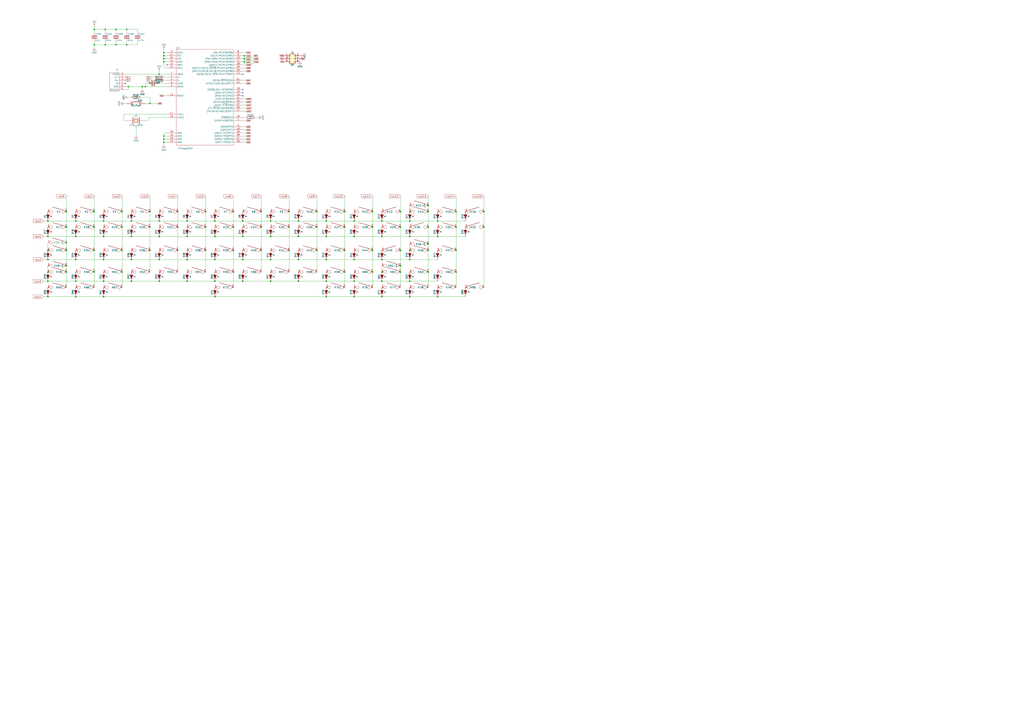
<source format=kicad_sch>
(kicad_sch (version 20200714) (host eeschema "(5.99.0-2848-gb60a7e2aca)")
  (page 1 1)
  (paper "A1")
  (junction (at 39.37 181.61) (diameter 1.016))
  (junction (at 39.37 194.31) (diameter 1.016))
  (junction (at 39.37 205.74) (diameter 1.016))
  (junction (at 39.37 213.36) (diameter 1.016))
  (junction (at 39.37 223.52) (diameter 1.016))
  (junction (at 39.37 231.14) (diameter 1.016))
  (junction (at 39.37 243.84) (diameter 1.016))
  (junction (at 54.61 173.99) (diameter 1.016))
  (junction (at 54.61 186.69) (diameter 1.016))
  (junction (at 54.61 199.39) (diameter 1.016))
  (junction (at 54.61 205.74) (diameter 1.016))
  (junction (at 54.61 218.44) (diameter 1.016))
  (junction (at 54.61 223.52) (diameter 1.016))
  (junction (at 62.23 181.61) (diameter 1.016))
  (junction (at 62.23 194.31) (diameter 1.016))
  (junction (at 62.23 213.36) (diameter 1.016))
  (junction (at 62.23 231.14) (diameter 1.016))
  (junction (at 62.23 243.84) (diameter 1.016))
  (junction (at 77.47 24.13) (diameter 1.016))
  (junction (at 77.47 36.83) (diameter 1.016))
  (junction (at 77.47 173.99) (diameter 1.016))
  (junction (at 77.47 186.69) (diameter 1.016))
  (junction (at 77.47 205.74) (diameter 1.016))
  (junction (at 77.47 223.52) (diameter 1.016))
  (junction (at 85.09 181.61) (diameter 1.016))
  (junction (at 85.09 194.31) (diameter 1.016))
  (junction (at 85.09 213.36) (diameter 1.016))
  (junction (at 85.09 231.14) (diameter 1.016))
  (junction (at 85.09 243.84) (diameter 1.016))
  (junction (at 86.36 24.13) (diameter 1.016))
  (junction (at 86.36 36.83) (diameter 1.016))
  (junction (at 95.25 24.13) (diameter 1.016))
  (junction (at 95.25 36.83) (diameter 1.016))
  (junction (at 100.33 173.99) (diameter 1.016))
  (junction (at 100.33 186.69) (diameter 1.016))
  (junction (at 100.33 205.74) (diameter 1.016))
  (junction (at 100.33 223.52) (diameter 1.016))
  (junction (at 104.14 24.13) (diameter 1.016))
  (junction (at 104.14 36.83) (diameter 1.016))
  (junction (at 105.41 71.12) (diameter 1.016))
  (junction (at 107.95 181.61) (diameter 1.016))
  (junction (at 107.95 194.31) (diameter 1.016))
  (junction (at 107.95 213.36) (diameter 1.016))
  (junction (at 107.95 231.14) (diameter 1.016))
  (junction (at 116.84 71.12) (diameter 1.016))
  (junction (at 119.38 71.12) (diameter 1.016))
  (junction (at 123.19 85.09) (diameter 1.016))
  (junction (at 123.19 173.99) (diameter 1.016))
  (junction (at 123.19 186.69) (diameter 1.016))
  (junction (at 123.19 205.74) (diameter 1.016))
  (junction (at 130.81 60.96) (diameter 1.016))
  (junction (at 130.81 181.61) (diameter 1.016))
  (junction (at 130.81 194.31) (diameter 1.016))
  (junction (at 130.81 213.36) (diameter 1.016))
  (junction (at 130.81 231.14) (diameter 1.016))
  (junction (at 134.62 43.18) (diameter 1.016))
  (junction (at 134.62 45.72) (diameter 1.016))
  (junction (at 134.62 48.26) (diameter 1.016))
  (junction (at 134.62 50.8) (diameter 1.016))
  (junction (at 134.62 111.76) (diameter 1.016))
  (junction (at 134.62 114.3) (diameter 1.016))
  (junction (at 134.62 116.84) (diameter 1.016))
  (junction (at 146.05 173.99) (diameter 1.016))
  (junction (at 146.05 186.69) (diameter 1.016))
  (junction (at 146.05 205.74) (diameter 1.016))
  (junction (at 153.67 181.61) (diameter 1.016))
  (junction (at 153.67 194.31) (diameter 1.016))
  (junction (at 153.67 213.36) (diameter 1.016))
  (junction (at 153.67 231.14) (diameter 1.016))
  (junction (at 168.91 173.99) (diameter 1.016))
  (junction (at 168.91 186.69) (diameter 1.016))
  (junction (at 168.91 205.74) (diameter 1.016))
  (junction (at 176.53 181.61) (diameter 1.016))
  (junction (at 176.53 194.31) (diameter 1.016))
  (junction (at 176.53 213.36) (diameter 1.016))
  (junction (at 176.53 231.14) (diameter 1.016))
  (junction (at 176.53 243.84) (diameter 1.016))
  (junction (at 191.77 173.99) (diameter 1.016))
  (junction (at 191.77 186.69) (diameter 1.016))
  (junction (at 191.77 205.74) (diameter 1.016))
  (junction (at 191.77 223.52) (diameter 1.016))
  (junction (at 199.39 181.61) (diameter 1.016))
  (junction (at 199.39 194.31) (diameter 1.016))
  (junction (at 199.39 213.36) (diameter 1.016))
  (junction (at 199.39 231.14) (diameter 1.016))
  (junction (at 200.66 45.72) (diameter 1.016))
  (junction (at 200.66 48.26) (diameter 1.016))
  (junction (at 200.66 50.8) (diameter 1.016))
  (junction (at 214.63 173.99) (diameter 1.016))
  (junction (at 214.63 186.69) (diameter 1.016))
  (junction (at 214.63 205.74) (diameter 1.016))
  (junction (at 222.25 181.61) (diameter 1.016))
  (junction (at 222.25 194.31) (diameter 1.016))
  (junction (at 222.25 213.36) (diameter 1.016))
  (junction (at 222.25 231.14) (diameter 1.016))
  (junction (at 237.49 173.99) (diameter 1.016))
  (junction (at 237.49 186.69) (diameter 1.016))
  (junction (at 237.49 205.74) (diameter 1.016))
  (junction (at 245.11 181.61) (diameter 1.016))
  (junction (at 245.11 194.31) (diameter 1.016))
  (junction (at 245.11 213.36) (diameter 1.016))
  (junction (at 245.11 231.14) (diameter 1.016))
  (junction (at 260.35 173.99) (diameter 1.016))
  (junction (at 260.35 186.69) (diameter 1.016))
  (junction (at 260.35 205.74) (diameter 1.016))
  (junction (at 267.97 181.61) (diameter 1.016))
  (junction (at 267.97 194.31) (diameter 1.016))
  (junction (at 267.97 213.36) (diameter 1.016))
  (junction (at 267.97 231.14) (diameter 1.016))
  (junction (at 267.97 243.84) (diameter 1.016))
  (junction (at 283.21 173.99) (diameter 1.016))
  (junction (at 283.21 186.69) (diameter 1.016))
  (junction (at 283.21 205.74) (diameter 1.016))
  (junction (at 283.21 223.52) (diameter 1.016))
  (junction (at 290.83 181.61) (diameter 1.016))
  (junction (at 290.83 194.31) (diameter 1.016))
  (junction (at 290.83 213.36) (diameter 1.016))
  (junction (at 290.83 231.14) (diameter 1.016))
  (junction (at 290.83 243.84) (diameter 1.016))
  (junction (at 306.07 173.99) (diameter 1.016))
  (junction (at 306.07 186.69) (diameter 1.016))
  (junction (at 306.07 205.74) (diameter 1.016))
  (junction (at 306.07 223.52) (diameter 1.016))
  (junction (at 313.69 181.61) (diameter 1.016))
  (junction (at 313.69 194.31) (diameter 1.016))
  (junction (at 313.69 213.36) (diameter 1.016))
  (junction (at 313.69 223.52) (diameter 1.016))
  (junction (at 313.69 231.14) (diameter 1.016))
  (junction (at 313.69 243.84) (diameter 1.016))
  (junction (at 328.93 173.99) (diameter 1.016))
  (junction (at 328.93 186.69) (diameter 1.016))
  (junction (at 328.93 205.74) (diameter 1.016))
  (junction (at 328.93 218.44) (diameter 1.016))
  (junction (at 328.93 223.52) (diameter 1.016))
  (junction (at 336.55 173.99) (diameter 1.016))
  (junction (at 336.55 181.61) (diameter 1.016))
  (junction (at 336.55 194.31) (diameter 1.016))
  (junction (at 336.55 205.74) (diameter 1.016))
  (junction (at 336.55 213.36) (diameter 1.016))
  (junction (at 336.55 231.14) (diameter 1.016))
  (junction (at 336.55 243.84) (diameter 1.016))
  (junction (at 351.79 168.91) (diameter 1.016))
  (junction (at 351.79 173.99) (diameter 1.016))
  (junction (at 351.79 186.69) (diameter 1.016))
  (junction (at 351.79 200.66) (diameter 1.016))
  (junction (at 351.79 205.74) (diameter 1.016))
  (junction (at 351.79 223.52) (diameter 1.016))
  (junction (at 359.41 181.61) (diameter 1.016))
  (junction (at 359.41 194.31) (diameter 1.016))
  (junction (at 359.41 243.84) (diameter 1.016))
  (junction (at 374.65 173.99) (diameter 1.016))
  (junction (at 374.65 186.69) (diameter 1.016))
  (junction (at 374.65 205.74) (diameter 1.016))
  (junction (at 374.65 223.52) (diameter 1.016))
  (junction (at 397.51 173.99) (diameter 1.016))
  (junction (at 397.51 186.69) (diameter 1.016))
  (no_connect (at 199.39 76.2))
  (no_connect (at 199.39 73.66))
  (no_connect (at 199.39 60.96))
  (no_connect (at 102.87 68.58))
  (no_connect (at 137.16 53.34))
  (no_connect (at 199.39 78.74))
  (wire (pts (xy 35.56 181.61) (xy 39.37 181.61)))
  (wire (pts (xy 35.56 194.31) (xy 39.37 194.31)))
  (wire (pts (xy 35.56 213.36) (xy 39.37 213.36)))
  (wire (pts (xy 35.56 231.14) (xy 39.37 231.14)))
  (wire (pts (xy 35.56 243.84) (xy 39.37 243.84)))
  (wire (pts (xy 39.37 181.61) (xy 62.23 181.61)))
  (wire (pts (xy 39.37 194.31) (xy 62.23 194.31)))
  (wire (pts (xy 39.37 199.39) (xy 39.37 205.74)))
  (wire (pts (xy 39.37 213.36) (xy 62.23 213.36)))
  (wire (pts (xy 39.37 218.44) (xy 39.37 223.52)))
  (wire (pts (xy 39.37 231.14) (xy 62.23 231.14)))
  (wire (pts (xy 39.37 243.84) (xy 62.23 243.84)))
  (wire (pts (xy 54.61 161.29) (xy 54.61 173.99)))
  (wire (pts (xy 54.61 173.99) (xy 54.61 186.69)))
  (wire (pts (xy 54.61 186.69) (xy 54.61 199.39)))
  (wire (pts (xy 54.61 199.39) (xy 54.61 205.74)))
  (wire (pts (xy 54.61 205.74) (xy 54.61 218.44)))
  (wire (pts (xy 54.61 218.44) (xy 54.61 223.52)))
  (wire (pts (xy 54.61 223.52) (xy 54.61 236.22)))
  (wire (pts (xy 62.23 181.61) (xy 85.09 181.61)))
  (wire (pts (xy 62.23 194.31) (xy 85.09 194.31)))
  (wire (pts (xy 62.23 213.36) (xy 85.09 213.36)))
  (wire (pts (xy 62.23 231.14) (xy 85.09 231.14)))
  (wire (pts (xy 62.23 243.84) (xy 85.09 243.84)))
  (wire (pts (xy 77.47 21.59) (xy 77.47 24.13)))
  (wire (pts (xy 77.47 24.13) (xy 77.47 26.67)))
  (wire (pts (xy 77.47 24.13) (xy 86.36 24.13)))
  (wire (pts (xy 77.47 34.29) (xy 77.47 36.83)))
  (wire (pts (xy 77.47 36.83) (xy 77.47 39.37)))
  (wire (pts (xy 77.47 36.83) (xy 86.36 36.83)))
  (wire (pts (xy 77.47 161.29) (xy 77.47 173.99)))
  (wire (pts (xy 77.47 173.99) (xy 77.47 186.69)))
  (wire (pts (xy 77.47 186.69) (xy 77.47 205.74)))
  (wire (pts (xy 77.47 205.74) (xy 77.47 223.52)))
  (wire (pts (xy 77.47 223.52) (xy 77.47 236.22)))
  (wire (pts (xy 85.09 181.61) (xy 107.95 181.61)))
  (wire (pts (xy 85.09 194.31) (xy 107.95 194.31)))
  (wire (pts (xy 85.09 213.36) (xy 107.95 213.36)))
  (wire (pts (xy 85.09 231.14) (xy 107.95 231.14)))
  (wire (pts (xy 85.09 243.84) (xy 176.53 243.84)))
  (wire (pts (xy 86.36 24.13) (xy 86.36 26.67)))
  (wire (pts (xy 86.36 24.13) (xy 95.25 24.13)))
  (wire (pts (xy 86.36 34.29) (xy 86.36 36.83)))
  (wire (pts (xy 86.36 36.83) (xy 95.25 36.83)))
  (wire (pts (xy 95.25 24.13) (xy 95.25 26.67)))
  (wire (pts (xy 95.25 24.13) (xy 104.14 24.13)))
  (wire (pts (xy 95.25 36.83) (xy 95.25 34.29)))
  (wire (pts (xy 95.25 36.83) (xy 104.14 36.83)))
  (wire (pts (xy 100.33 161.29) (xy 100.33 173.99)))
  (wire (pts (xy 100.33 173.99) (xy 100.33 186.69)))
  (wire (pts (xy 100.33 186.69) (xy 100.33 205.74)))
  (wire (pts (xy 100.33 205.74) (xy 100.33 223.52)))
  (wire (pts (xy 100.33 223.52) (xy 100.33 236.22)))
  (wire (pts (xy 101.6 93.98) (xy 101.6 99.06)))
  (wire (pts (xy 101.6 93.98) (xy 137.16 93.98)))
  (wire (pts (xy 102.87 60.96) (xy 130.81 60.96)))
  (wire (pts (xy 102.87 71.12) (xy 105.41 71.12)))
  (wire (pts (xy 104.14 24.13) (xy 104.14 26.67)))
  (wire (pts (xy 104.14 24.13) (xy 113.03 24.13)))
  (wire (pts (xy 104.14 36.83) (xy 104.14 34.29)))
  (wire (pts (xy 104.14 36.83) (xy 113.03 36.83)))
  (wire (pts (xy 104.14 85.09) (xy 101.6 85.09)))
  (wire (pts (xy 104.14 99.06) (xy 101.6 99.06)))
  (wire (pts (xy 105.41 71.12) (xy 105.41 73.66)))
  (wire (pts (xy 105.41 71.12) (xy 116.84 71.12)))
  (wire (pts (xy 105.41 73.66) (xy 102.87 73.66)))
  (wire (pts (xy 105.41 80.01) (xy 107.95 80.01)))
  (wire (pts (xy 107.95 181.61) (xy 130.81 181.61)))
  (wire (pts (xy 107.95 194.31) (xy 130.81 194.31)))
  (wire (pts (xy 107.95 213.36) (xy 130.81 213.36)))
  (wire (pts (xy 107.95 231.14) (xy 130.81 231.14)))
  (wire (pts (xy 111.76 104.14) (xy 111.76 111.76)))
  (wire (pts (xy 113.03 24.13) (xy 113.03 26.67)))
  (wire (pts (xy 113.03 36.83) (xy 113.03 34.29)))
  (wire (pts (xy 115.57 80.01) (xy 123.19 80.01)))
  (wire (pts (xy 116.84 71.12) (xy 119.38 71.12)))
  (wire (pts (xy 116.84 73.66) (xy 116.84 71.12)))
  (wire (pts (xy 119.38 68.58) (xy 119.38 71.12)))
  (wire (pts (xy 119.38 71.12) (xy 137.16 71.12)))
  (wire (pts (xy 119.38 85.09) (xy 123.19 85.09)))
  (wire (pts (xy 121.92 68.58) (xy 119.38 68.58)))
  (wire (pts (xy 121.92 96.52) (xy 121.92 99.06)))
  (wire (pts (xy 121.92 99.06) (xy 119.38 99.06)))
  (wire (pts (xy 123.19 80.01) (xy 123.19 85.09)))
  (wire (pts (xy 123.19 85.09) (xy 129.54 85.09)))
  (wire (pts (xy 123.19 161.29) (xy 123.19 173.99)))
  (wire (pts (xy 123.19 173.99) (xy 123.19 186.69)))
  (wire (pts (xy 123.19 186.69) (xy 123.19 205.74)))
  (wire (pts (xy 123.19 205.74) (xy 123.19 223.52)))
  (wire (pts (xy 124.46 63.5) (xy 127 63.5)))
  (wire (pts (xy 124.46 66.04) (xy 127 66.04)))
  (wire (pts (xy 129.54 68.58) (xy 137.16 68.58)))
  (wire (pts (xy 130.81 58.42) (xy 130.81 60.96)))
  (wire (pts (xy 130.81 60.96) (xy 137.16 60.96)))
  (wire (pts (xy 130.81 181.61) (xy 153.67 181.61)))
  (wire (pts (xy 130.81 194.31) (xy 153.67 194.31)))
  (wire (pts (xy 130.81 213.36) (xy 153.67 213.36)))
  (wire (pts (xy 130.81 231.14) (xy 153.67 231.14)))
  (wire (pts (xy 134.62 40.64) (xy 134.62 43.18)))
  (wire (pts (xy 134.62 43.18) (xy 134.62 45.72)))
  (wire (pts (xy 134.62 45.72) (xy 134.62 48.26)))
  (wire (pts (xy 134.62 48.26) (xy 134.62 50.8)))
  (wire (pts (xy 134.62 50.8) (xy 134.62 55.88)))
  (wire (pts (xy 134.62 55.88) (xy 137.16 55.88)))
  (wire (pts (xy 134.62 63.5) (xy 137.16 63.5)))
  (wire (pts (xy 134.62 78.74) (xy 137.16 78.74)))
  (wire (pts (xy 134.62 109.22) (xy 134.62 111.76)))
  (wire (pts (xy 134.62 111.76) (xy 134.62 114.3)))
  (wire (pts (xy 134.62 111.76) (xy 137.16 111.76)))
  (wire (pts (xy 134.62 114.3) (xy 134.62 116.84)))
  (wire (pts (xy 134.62 114.3) (xy 137.16 114.3)))
  (wire (pts (xy 134.62 116.84) (xy 134.62 119.38)))
  (wire (pts (xy 137.16 43.18) (xy 134.62 43.18)))
  (wire (pts (xy 137.16 45.72) (xy 134.62 45.72)))
  (wire (pts (xy 137.16 48.26) (xy 134.62 48.26)))
  (wire (pts (xy 137.16 50.8) (xy 134.62 50.8)))
  (wire (pts (xy 137.16 66.04) (xy 134.62 66.04)))
  (wire (pts (xy 137.16 96.52) (xy 121.92 96.52)))
  (wire (pts (xy 137.16 109.22) (xy 134.62 109.22)))
  (wire (pts (xy 137.16 116.84) (xy 134.62 116.84)))
  (wire (pts (xy 146.05 161.29) (xy 146.05 173.99)))
  (wire (pts (xy 146.05 173.99) (xy 146.05 186.69)))
  (wire (pts (xy 146.05 186.69) (xy 146.05 205.74)))
  (wire (pts (xy 146.05 205.74) (xy 146.05 223.52)))
  (wire (pts (xy 153.67 181.61) (xy 176.53 181.61)))
  (wire (pts (xy 153.67 194.31) (xy 176.53 194.31)))
  (wire (pts (xy 153.67 213.36) (xy 176.53 213.36)))
  (wire (pts (xy 153.67 231.14) (xy 176.53 231.14)))
  (wire (pts (xy 168.91 161.29) (xy 168.91 173.99)))
  (wire (pts (xy 168.91 173.99) (xy 168.91 186.69)))
  (wire (pts (xy 168.91 186.69) (xy 168.91 205.74)))
  (wire (pts (xy 168.91 205.74) (xy 168.91 223.52)))
  (wire (pts (xy 176.53 181.61) (xy 199.39 181.61)))
  (wire (pts (xy 176.53 194.31) (xy 199.39 194.31)))
  (wire (pts (xy 176.53 213.36) (xy 199.39 213.36)))
  (wire (pts (xy 176.53 231.14) (xy 199.39 231.14)))
  (wire (pts (xy 176.53 243.84) (xy 267.97 243.84)))
  (wire (pts (xy 191.77 161.29) (xy 191.77 173.99)))
  (wire (pts (xy 191.77 173.99) (xy 191.77 186.69)))
  (wire (pts (xy 191.77 186.69) (xy 191.77 205.74)))
  (wire (pts (xy 191.77 205.74) (xy 191.77 223.52)))
  (wire (pts (xy 191.77 223.52) (xy 191.77 236.22)))
  (wire (pts (xy 199.39 43.18) (xy 201.93 43.18)))
  (wire (pts (xy 199.39 55.88) (xy 201.93 55.88)))
  (wire (pts (xy 199.39 58.42) (xy 201.93 58.42)))
  (wire (pts (xy 199.39 66.04) (xy 201.93 66.04)))
  (wire (pts (xy 199.39 68.58) (xy 201.93 68.58)))
  (wire (pts (xy 199.39 81.28) (xy 201.93 81.28)))
  (wire (pts (xy 199.39 83.82) (xy 201.93 83.82)))
  (wire (pts (xy 199.39 86.36) (xy 201.93 86.36)))
  (wire (pts (xy 199.39 88.9) (xy 201.93 88.9)))
  (wire (pts (xy 199.39 91.44) (xy 201.93 91.44)))
  (wire (pts (xy 199.39 104.14) (xy 201.93 104.14)))
  (wire (pts (xy 199.39 109.22) (xy 201.93 109.22)))
  (wire (pts (xy 199.39 111.76) (xy 201.93 111.76)))
  (wire (pts (xy 199.39 114.3) (xy 201.93 114.3)))
  (wire (pts (xy 199.39 116.84) (xy 201.93 116.84)))
  (wire (pts (xy 199.39 181.61) (xy 222.25 181.61)))
  (wire (pts (xy 199.39 194.31) (xy 222.25 194.31)))
  (wire (pts (xy 199.39 213.36) (xy 222.25 213.36)))
  (wire (pts (xy 199.39 231.14) (xy 222.25 231.14)))
  (wire (pts (xy 200.66 45.72) (xy 199.39 45.72)))
  (wire (pts (xy 200.66 45.72) (xy 200.66 46.99)))
  (wire (pts (xy 200.66 46.99) (xy 208.28 46.99)))
  (wire (pts (xy 200.66 48.26) (xy 199.39 48.26)))
  (wire (pts (xy 200.66 48.26) (xy 200.66 49.53)))
  (wire (pts (xy 200.66 49.53) (xy 208.28 49.53)))
  (wire (pts (xy 200.66 50.8) (xy 199.39 50.8)))
  (wire (pts (xy 200.66 50.8) (xy 200.66 52.07)))
  (wire (pts (xy 200.66 52.07) (xy 208.28 52.07)))
  (wire (pts (xy 201.93 45.72) (xy 200.66 45.72)))
  (wire (pts (xy 201.93 48.26) (xy 200.66 48.26)))
  (wire (pts (xy 201.93 50.8) (xy 200.66 50.8)))
  (wire (pts (xy 201.93 53.34) (xy 199.39 53.34)))
  (wire (pts (xy 201.93 96.52) (xy 199.39 96.52)))
  (wire (pts (xy 201.93 99.06) (xy 199.39 99.06)))
  (wire (pts (xy 201.93 106.68) (xy 199.39 106.68)))
  (wire (pts (xy 208.28 46.99) (xy 208.28 45.72)))
  (wire (pts (xy 208.28 49.53) (xy 208.28 48.26)))
  (wire (pts (xy 208.28 52.07) (xy 208.28 50.8)))
  (wire (pts (xy 209.55 96.52) (xy 212.09 96.52)))
  (wire (pts (xy 214.63 161.29) (xy 214.63 173.99)))
  (wire (pts (xy 214.63 173.99) (xy 214.63 186.69)))
  (wire (pts (xy 214.63 186.69) (xy 214.63 205.74)))
  (wire (pts (xy 214.63 205.74) (xy 214.63 223.52)))
  (wire (pts (xy 222.25 181.61) (xy 245.11 181.61)))
  (wire (pts (xy 222.25 194.31) (xy 245.11 194.31)))
  (wire (pts (xy 222.25 213.36) (xy 245.11 213.36)))
  (wire (pts (xy 222.25 231.14) (xy 245.11 231.14)))
  (wire (pts (xy 237.49 161.29) (xy 237.49 173.99)))
  (wire (pts (xy 237.49 173.99) (xy 237.49 186.69)))
  (wire (pts (xy 237.49 186.69) (xy 237.49 205.74)))
  (wire (pts (xy 237.49 205.74) (xy 237.49 223.52)))
  (wire (pts (xy 245.11 181.61) (xy 267.97 181.61)))
  (wire (pts (xy 245.11 194.31) (xy 267.97 194.31)))
  (wire (pts (xy 245.11 213.36) (xy 267.97 213.36)))
  (wire (pts (xy 245.11 231.14) (xy 267.97 231.14)))
  (wire (pts (xy 260.35 161.29) (xy 260.35 173.99)))
  (wire (pts (xy 260.35 173.99) (xy 260.35 186.69)))
  (wire (pts (xy 260.35 186.69) (xy 260.35 205.74)))
  (wire (pts (xy 260.35 205.74) (xy 260.35 223.52)))
  (wire (pts (xy 267.97 181.61) (xy 290.83 181.61)))
  (wire (pts (xy 267.97 194.31) (xy 290.83 194.31)))
  (wire (pts (xy 267.97 213.36) (xy 290.83 213.36)))
  (wire (pts (xy 267.97 231.14) (xy 290.83 231.14)))
  (wire (pts (xy 267.97 243.84) (xy 290.83 243.84)))
  (wire (pts (xy 283.21 161.29) (xy 283.21 173.99)))
  (wire (pts (xy 283.21 173.99) (xy 283.21 186.69)))
  (wire (pts (xy 283.21 186.69) (xy 283.21 205.74)))
  (wire (pts (xy 283.21 205.74) (xy 283.21 223.52)))
  (wire (pts (xy 283.21 223.52) (xy 283.21 236.22)))
  (wire (pts (xy 290.83 181.61) (xy 313.69 181.61)))
  (wire (pts (xy 290.83 194.31) (xy 313.69 194.31)))
  (wire (pts (xy 290.83 213.36) (xy 313.69 213.36)))
  (wire (pts (xy 290.83 231.14) (xy 313.69 231.14)))
  (wire (pts (xy 290.83 243.84) (xy 313.69 243.84)))
  (wire (pts (xy 306.07 161.29) (xy 306.07 173.99)))
  (wire (pts (xy 306.07 173.99) (xy 306.07 186.69)))
  (wire (pts (xy 306.07 186.69) (xy 306.07 205.74)))
  (wire (pts (xy 306.07 205.74) (xy 306.07 223.52)))
  (wire (pts (xy 306.07 223.52) (xy 306.07 236.22)))
  (wire (pts (xy 313.69 181.61) (xy 336.55 181.61)))
  (wire (pts (xy 313.69 194.31) (xy 336.55 194.31)))
  (wire (pts (xy 313.69 213.36) (xy 336.55 213.36)))
  (wire (pts (xy 313.69 218.44) (xy 313.69 223.52)))
  (wire (pts (xy 313.69 231.14) (xy 336.55 231.14)))
  (wire (pts (xy 313.69 243.84) (xy 336.55 243.84)))
  (wire (pts (xy 328.93 161.29) (xy 328.93 173.99)))
  (wire (pts (xy 328.93 173.99) (xy 328.93 186.69)))
  (wire (pts (xy 328.93 186.69) (xy 328.93 205.74)))
  (wire (pts (xy 328.93 205.74) (xy 328.93 218.44)))
  (wire (pts (xy 328.93 218.44) (xy 328.93 223.52)))
  (wire (pts (xy 328.93 223.52) (xy 328.93 236.22)))
  (wire (pts (xy 336.55 168.91) (xy 336.55 173.99)))
  (wire (pts (xy 336.55 181.61) (xy 359.41 181.61)))
  (wire (pts (xy 336.55 194.31) (xy 359.41 194.31)))
  (wire (pts (xy 336.55 200.66) (xy 336.55 205.74)))
  (wire (pts (xy 336.55 213.36) (xy 359.41 213.36)))
  (wire (pts (xy 336.55 231.14) (xy 359.41 231.14)))
  (wire (pts (xy 336.55 243.84) (xy 359.41 243.84)))
  (wire (pts (xy 351.79 161.29) (xy 351.79 168.91)))
  (wire (pts (xy 351.79 168.91) (xy 351.79 173.99)))
  (wire (pts (xy 351.79 173.99) (xy 351.79 186.69)))
  (wire (pts (xy 351.79 186.69) (xy 351.79 200.66)))
  (wire (pts (xy 351.79 200.66) (xy 351.79 205.74)))
  (wire (pts (xy 351.79 205.74) (xy 351.79 223.52)))
  (wire (pts (xy 351.79 223.52) (xy 351.79 236.22)))
  (wire (pts (xy 359.41 181.61) (xy 382.27 181.61)))
  (wire (pts (xy 359.41 194.31) (xy 382.27 194.31)))
  (wire (pts (xy 359.41 243.84) (xy 382.27 243.84)))
  (wire (pts (xy 374.65 161.29) (xy 374.65 173.99)))
  (wire (pts (xy 374.65 173.99) (xy 374.65 186.69)))
  (wire (pts (xy 374.65 186.69) (xy 374.65 205.74)))
  (wire (pts (xy 374.65 205.74) (xy 374.65 223.52)))
  (wire (pts (xy 374.65 223.52) (xy 374.65 236.22)))
  (wire (pts (xy 397.51 161.29) (xy 397.51 173.99)))
  (wire (pts (xy 397.51 173.99) (xy 397.51 186.69)))
  (wire (pts (xy 397.51 186.69) (xy 397.51 236.22)))
  (global_label "row0" (shape input) (at 35.56 181.61 180) (effects (font (size 1.524 1.524))))
  (global_label "row1" (shape input) (at 35.56 194.31 180) (effects (font (size 1.524 1.524))))
  (global_label "row2" (shape input) (at 35.56 213.36 180) (effects (font (size 1.524 1.524))))
  (global_label "row3" (shape input) (at 35.56 231.14 180) (effects (font (size 1.524 1.524))))
  (global_label "row4" (shape input) (at 35.56 243.84 180) (effects (font (size 1.524 1.524))))
  (global_label "col0" (shape input) (at 54.61 161.29 180) (effects (font (size 1.524 1.524))))
  (global_label "col1" (shape input) (at 77.47 161.29 180) (effects (font (size 1.524 1.524))))
  (global_label "col2" (shape input) (at 100.33 161.29 180) (effects (font (size 1.524 1.524))))
  (global_label "D-" (shape input) (at 102.87 63.5 0) (effects (font (size 0.9906 0.9906))))
  (global_label "D+" (shape input) (at 102.87 66.04 0) (effects (font (size 0.9906 0.9906))))
  (global_label "col3" (shape input) (at 123.19 161.29 180) (effects (font (size 1.524 1.524))))
  (global_label "D+" (shape input) (at 124.46 63.5 180) (effects (font (size 0.9906 0.9906))))
  (global_label "D-" (shape input) (at 124.46 66.04 180) (effects (font (size 0.9906 0.9906))))
  (global_label "RST" (shape input) (at 129.54 85.09 0) (effects (font (size 0.7112 0.7112))))
  (global_label "RST" (shape input) (at 134.62 78.74 180) (effects (font (size 0.7112 0.7112))))
  (global_label "col4" (shape input) (at 146.05 161.29 180) (effects (font (size 1.524 1.524))))
  (global_label "col5" (shape input) (at 168.91 161.29 180) (effects (font (size 1.524 1.524))))
  (global_label "col6" (shape input) (at 191.77 161.29 180) (effects (font (size 1.524 1.524))))
  (global_label "row1" (shape input) (at 201.93 43.18 0) (effects (font (size 0.7112 0.7112))))
  (global_label "row2" (shape input) (at 201.93 45.72 0) (effects (font (size 0.7112 0.7112))))
  (global_label "row3" (shape input) (at 201.93 48.26 0) (effects (font (size 0.7112 0.7112))))
  (global_label "row4" (shape input) (at 201.93 50.8 0) (effects (font (size 0.7112 0.7112))))
  (global_label "col10" (shape input) (at 201.93 53.34 0) (effects (font (size 0.7112 0.7112))))
  (global_label "col9" (shape input) (at 201.93 55.88 0) (effects (font (size 0.7112 0.7112))))
  (global_label "col8" (shape input) (at 201.93 58.42 0) (effects (font (size 0.7112 0.7112))))
  (global_label "col7" (shape input) (at 201.93 66.04 0) (effects (font (size 0.7112 0.7112))))
  (global_label "col6" (shape input) (at 201.93 68.58 0) (effects (font (size 0.7112 0.7112))))
  (global_label "col15" (shape input) (at 201.93 81.28 0) (effects (font (size 0.7112 0.7112))))
  (global_label "col13" (shape input) (at 201.93 83.82 0) (effects (font (size 0.7112 0.7112))))
  (global_label "col14" (shape input) (at 201.93 86.36 0) (effects (font (size 0.7112 0.7112))))
  (global_label "col12" (shape input) (at 201.93 88.9 0) (effects (font (size 0.7112 0.7112))))
  (global_label "col11" (shape input) (at 201.93 91.44 0) (effects (font (size 0.7112 0.7112))))
  (global_label "row0" (shape input) (at 201.93 99.06 0) (effects (font (size 0.7112 0.7112))))
  (global_label "col0" (shape input) (at 201.93 104.14 0) (effects (font (size 0.7112 0.7112))))
  (global_label "col1" (shape input) (at 201.93 106.68 0) (effects (font (size 0.7112 0.7112))))
  (global_label "col2" (shape input) (at 201.93 109.22 0) (effects (font (size 0.7112 0.7112))))
  (global_label "col3" (shape input) (at 201.93 111.76 0) (effects (font (size 0.7112 0.7112))))
  (global_label "col4" (shape input) (at 201.93 114.3 0) (effects (font (size 0.7112 0.7112))))
  (global_label "col5" (shape input) (at 201.93 116.84 0) (effects (font (size 0.7112 0.7112))))
  (global_label "SCK" (shape input) (at 208.28 45.72 0) (effects (font (size 0.7112 0.7112))))
  (global_label "MOSI" (shape input) (at 208.28 48.26 0) (effects (font (size 0.7112 0.7112))))
  (global_label "MISO" (shape input) (at 208.28 50.8 0) (effects (font (size 0.7112 0.7112))))
  (global_label "col7" (shape input) (at 214.63 161.29 180) (effects (font (size 1.524 1.524))))
  (global_label "MISO" (shape input) (at 233.68 45.72 180) (effects (font (size 0.7112 0.7112))))
  (global_label "SCK" (shape input) (at 233.68 48.26 180) (effects (font (size 0.7112 0.7112))))
  (global_label "RST" (shape input) (at 233.68 50.8 180) (effects (font (size 0.7112 0.7112))))
  (global_label "col8" (shape input) (at 237.49 161.29 180) (effects (font (size 1.524 1.524))))
  (global_label "MOSI" (shape input) (at 246.38 48.26 0) (effects (font (size 0.7112 0.7112))))
  (global_label "col9" (shape input) (at 260.35 161.29 180) (effects (font (size 1.524 1.524))))
  (global_label "col10" (shape input) (at 283.21 161.29 180) (effects (font (size 1.524 1.524))))
  (global_label "col11" (shape input) (at 306.07 161.29 180) (effects (font (size 1.524 1.524))))
  (global_label "col12" (shape input) (at 328.93 161.29 180) (effects (font (size 1.524 1.524))))
  (global_label "col13" (shape input) (at 351.79 161.29 180) (effects (font (size 1.524 1.524))))
  (global_label "col14" (shape input) (at 374.65 161.29 180) (effects (font (size 1.524 1.524))))
  (global_label "col15" (shape input) (at 397.51 161.29 180) (effects (font (size 1.524 1.524))))
  (symbol (lib_id "Power:VCC") (at 77.47 21.59 0) (unit 1)
    (property "Reference" "#PWR0102" (effects hide))
    (property "Value" "VCC" (at 77.47 17.78 0))
  )
  (symbol (lib_id "Power:VCC") (at 105.41 80.01 90) (unit 1)
    (property "Reference" "#PWR0104" (effects hide))
    (property "Value" "VCC" (at 101.6 80.01 0))
  )
  (symbol (lib_id "Power:VCC") (at 130.81 58.42 0) (unit 1)
    (property "Reference" "#PWR0121" (effects hide))
    (property "Value" "VCC" (at 130.81 54.61 0))
  )
  (symbol (lib_id "Power:VCC") (at 134.62 40.64 0) (unit 1)
    (property "Reference" "#PWR0108" (effects hide))
    (property "Value" "VCC" (at 134.62 36.83 0))
  )
  (symbol (lib_id "Power:VCC") (at 246.38 45.72 270) (unit 1)
    (property "Reference" "#PWR0111" (effects hide))
    (property "Value" "VCC" (at 250.19 45.72 0))
  )
  (symbol (lib_id "Power:GND") (at 77.47 39.37 0) (mirror y) (unit 1)
    (property "Reference" "#PWR0101" (effects hide))
    (property "Value" "GND" (at 77.47 43.18 0))
  )
  (symbol (lib_id "Power:GND") (at 101.6 85.09 270) (unit 1)
    (property "Reference" "#PWR0105" (effects hide))
    (property "Value" "GND" (at 97.79 85.09 0))
  )
  (symbol (lib_id "Power:GND") (at 111.76 111.76 0) (mirror y) (unit 1)
    (property "Reference" "#PWR0110" (effects hide))
    (property "Value" "GND" (at 111.76 115.57 0))
  )
  (symbol (lib_id "Power:GND") (at 116.84 73.66 0) (mirror y) (unit 1)
    (property "Reference" "#PWR0107" (effects hide))
    (property "Value" "GND" (at 116.84 77.47 0))
  )
  (symbol (lib_id "Power:GND") (at 134.62 119.38 0) (mirror y) (unit 1)
    (property "Reference" "#PWR0109" (effects hide))
    (property "Value" "GND" (at 134.62 123.19 0))
  )
  (symbol (lib_id "Power:GND") (at 212.09 96.52 90) (unit 1)
    (property "Reference" "#PWR0106" (effects hide))
    (property "Value" "GND" (at 215.9 96.52 0))
  )
  (symbol (lib_id "Power:GND") (at 246.38 50.8 0) (mirror y) (unit 1)
    (property "Reference" "#PWR0103" (effects hide))
    (property "Value" "GND" (at 246.38 54.61 0))
  )
  (symbol (lib_id "Device:R") (at 111.76 80.01 90) (unit 1)
    (property "Reference" "R101" (at 111.76 77.978 90))
    (property "Value" "10k" (at 111.76 80.01 90))
    (property "Footprint" "Keeb_components:R_0805" (effects hide))
  )
  (symbol (lib_id "Device:R") (at 130.81 63.5 90) (unit 1)
    (property "Reference" "R104" (at 129.3114 63.5 90) (effects (font (size 0.9906 0.9906))))
    (property "Value" "22" (at 132.1054 63.5 90) (effects (font (size 0.9906 0.9906))))
    (property "Footprint" "Keeb_components:R_0805" (effects hide))
  )
  (symbol (lib_id "Device:R") (at 130.81 66.04 90) (unit 1)
    (property "Reference" "R103" (at 129.3114 66.04 90) (effects (font (size 0.9906 0.9906))))
    (property "Value" "22" (at 132.1054 66.04 90) (effects (font (size 0.9906 0.9906))))
    (property "Footprint" "Keeb_components:R_0805" (effects hide))
  )
  (symbol (lib_id "Device:R") (at 205.74 96.52 90) (unit 1)
    (property "Reference" "R102" (at 205.74 94.488 90))
    (property "Value" "10k" (at 205.74 96.52 90))
    (property "Footprint" "Keeb_components:R_0805" (effects hide))
  )
  (symbol (lib_id "Device:D_ALT") (at 39.37 177.8 90) (unit 1)
    (property "Reference" "D1" (at 36.83 177.8 0))
    (property "Value" "D" (at 41.91 177.8 0))
    (property "Footprint" "Keeb_components:D_0805" (effects hide))
  )
  (symbol (lib_id "Device:D_ALT") (at 39.37 190.5 90) (unit 1)
    (property "Reference" "D17" (at 36.83 190.5 0))
    (property "Value" "D" (at 41.91 190.5 0))
    (property "Footprint" "Keeb_components:D_0805" (effects hide))
  )
  (symbol (lib_id "Device:D_ALT") (at 39.37 209.55 90) (unit 1)
    (property "Reference" "D33" (at 36.83 209.55 0))
    (property "Value" "D" (at 41.91 209.55 0))
    (property "Footprint" "Keeb_components:D_0805" (effects hide))
  )
  (symbol (lib_id "Device:D_ALT") (at 39.37 227.33 90) (unit 1)
    (property "Reference" "D49" (at 36.83 227.33 0))
    (property "Value" "D" (at 41.91 227.33 0))
    (property "Footprint" "Keeb_components:D_0805" (effects hide))
  )
  (symbol (lib_id "Device:D_ALT") (at 39.37 240.03 90) (unit 1)
    (property "Reference" "D65" (at 36.83 240.03 0))
    (property "Value" "D" (at 41.91 240.03 0))
    (property "Footprint" "Keeb_components:D_0805" (effects hide))
  )
  (symbol (lib_id "Device:D_ALT") (at 62.23 177.8 90) (unit 1)
    (property "Reference" "D2" (at 59.69 177.8 0))
    (property "Value" "D" (at 64.77 177.8 0))
    (property "Footprint" "Keeb_components:D_0805" (effects hide))
  )
  (symbol (lib_id "Device:D_ALT") (at 62.23 190.5 90) (unit 1)
    (property "Reference" "D18" (at 59.69 190.5 0))
    (property "Value" "D" (at 64.77 190.5 0))
    (property "Footprint" "Keeb_components:D_0805" (effects hide))
  )
  (symbol (lib_id "Device:D_ALT") (at 62.23 209.55 90) (unit 1)
    (property "Reference" "D34" (at 59.69 209.55 0))
    (property "Value" "D" (at 64.77 209.55 0))
    (property "Footprint" "Keeb_components:D_0805" (effects hide))
  )
  (symbol (lib_id "Device:D_ALT") (at 62.23 227.33 90) (unit 1)
    (property "Reference" "D50" (at 59.69 227.33 0))
    (property "Value" "D" (at 64.77 227.33 0))
    (property "Footprint" "Keeb_components:D_0805" (effects hide))
  )
  (symbol (lib_id "Device:D_ALT") (at 62.23 240.03 90) (unit 1)
    (property "Reference" "D66" (at 59.69 240.03 0))
    (property "Value" "D" (at 64.77 240.03 0))
    (property "Footprint" "Keeb_components:D_0805" (effects hide))
  )
  (symbol (lib_id "Device:D_ALT") (at 85.09 177.8 90) (unit 1)
    (property "Reference" "D3" (at 82.55 177.8 0))
    (property "Value" "D" (at 87.63 177.8 0))
    (property "Footprint" "Keeb_components:D_0805" (effects hide))
  )
  (symbol (lib_id "Device:D_ALT") (at 85.09 190.5 90) (unit 1)
    (property "Reference" "D19" (at 82.55 190.5 0))
    (property "Value" "D" (at 87.63 190.5 0))
    (property "Footprint" "Keeb_components:D_0805" (effects hide))
  )
  (symbol (lib_id "Device:D_ALT") (at 85.09 209.55 90) (unit 1)
    (property "Reference" "D35" (at 82.55 209.55 0))
    (property "Value" "D" (at 87.63 209.55 0))
    (property "Footprint" "Keeb_components:D_0805" (effects hide))
  )
  (symbol (lib_id "Device:D_ALT") (at 85.09 227.33 90) (unit 1)
    (property "Reference" "D51" (at 82.55 227.33 0))
    (property "Value" "D" (at 87.63 227.33 0))
    (property "Footprint" "Keeb_components:D_0805" (effects hide))
  )
  (symbol (lib_id "Device:D_ALT") (at 85.09 240.03 90) (unit 1)
    (property "Reference" "D67" (at 82.55 240.03 0))
    (property "Value" "D" (at 87.63 240.03 0))
    (property "Footprint" "Keeb_components:D_0805" (effects hide))
  )
  (symbol (lib_id "Device:D_ALT") (at 107.95 177.8 90) (unit 1)
    (property "Reference" "D4" (at 105.41 177.8 0))
    (property "Value" "D" (at 110.49 177.8 0))
    (property "Footprint" "Keeb_components:D_0805" (effects hide))
  )
  (symbol (lib_id "Device:D_ALT") (at 107.95 190.5 90) (unit 1)
    (property "Reference" "D20" (at 105.41 190.5 0))
    (property "Value" "D" (at 110.49 190.5 0))
    (property "Footprint" "Keeb_components:D_0805" (effects hide))
  )
  (symbol (lib_id "Device:D_ALT") (at 107.95 209.55 90) (unit 1)
    (property "Reference" "D36" (at 105.41 209.55 0))
    (property "Value" "D" (at 110.49 209.55 0))
    (property "Footprint" "Keeb_components:D_0805" (effects hide))
  )
  (symbol (lib_id "Device:D_ALT") (at 107.95 227.33 90) (unit 1)
    (property "Reference" "D52" (at 105.41 227.33 0))
    (property "Value" "D" (at 110.49 227.33 0))
    (property "Footprint" "Keeb_components:D_0805" (effects hide))
  )
  (symbol (lib_id "Device:D_ALT") (at 130.81 177.8 90) (unit 1)
    (property "Reference" "D5" (at 128.27 177.8 0))
    (property "Value" "D" (at 133.35 177.8 0))
    (property "Footprint" "Keeb_components:D_0805" (effects hide))
  )
  (symbol (lib_id "Device:D_ALT") (at 130.81 190.5 90) (unit 1)
    (property "Reference" "D21" (at 128.27 190.5 0))
    (property "Value" "D" (at 133.35 190.5 0))
    (property "Footprint" "Keeb_components:D_0805" (effects hide))
  )
  (symbol (lib_id "Device:D_ALT") (at 130.81 209.55 90) (unit 1)
    (property "Reference" "D37" (at 128.27 209.55 0))
    (property "Value" "D" (at 133.35 209.55 0))
    (property "Footprint" "Keeb_components:D_0805" (effects hide))
  )
  (symbol (lib_id "Device:D_ALT") (at 130.81 227.33 90) (unit 1)
    (property "Reference" "D53" (at 128.27 227.33 0))
    (property "Value" "D" (at 133.35 227.33 0))
    (property "Footprint" "Keeb_components:D_0805" (effects hide))
  )
  (symbol (lib_id "Device:D_ALT") (at 153.67 177.8 90) (unit 1)
    (property "Reference" "D6" (at 151.13 177.8 0))
    (property "Value" "D" (at 156.21 177.8 0))
    (property "Footprint" "Keeb_components:D_0805" (effects hide))
  )
  (symbol (lib_id "Device:D_ALT") (at 153.67 190.5 90) (unit 1)
    (property "Reference" "D22" (at 151.13 190.5 0))
    (property "Value" "D" (at 156.21 190.5 0))
    (property "Footprint" "Keeb_components:D_0805" (effects hide))
  )
  (symbol (lib_id "Device:D_ALT") (at 153.67 209.55 90) (unit 1)
    (property "Reference" "D38" (at 151.13 209.55 0))
    (property "Value" "D" (at 156.21 209.55 0))
    (property "Footprint" "Keeb_components:D_0805" (effects hide))
  )
  (symbol (lib_id "Device:D_ALT") (at 153.67 227.33 90) (unit 1)
    (property "Reference" "D54" (at 151.13 227.33 0))
    (property "Value" "D" (at 156.21 227.33 0))
    (property "Footprint" "Keeb_components:D_0805" (effects hide))
  )
  (symbol (lib_id "Device:D_ALT") (at 176.53 177.8 90) (unit 1)
    (property "Reference" "D7" (at 173.99 177.8 0))
    (property "Value" "D" (at 179.07 177.8 0))
    (property "Footprint" "Keeb_components:D_0805" (effects hide))
  )
  (symbol (lib_id "Device:D_ALT") (at 176.53 190.5 90) (unit 1)
    (property "Reference" "D23" (at 173.99 190.5 0))
    (property "Value" "D" (at 179.07 190.5 0))
    (property "Footprint" "Keeb_components:D_0805" (effects hide))
  )
  (symbol (lib_id "Device:D_ALT") (at 176.53 209.55 90) (unit 1)
    (property "Reference" "D39" (at 173.99 209.55 0))
    (property "Value" "D" (at 179.07 209.55 0))
    (property "Footprint" "Keeb_components:D_0805" (effects hide))
  )
  (symbol (lib_id "Device:D_ALT") (at 176.53 227.33 90) (unit 1)
    (property "Reference" "D55" (at 173.99 227.33 0))
    (property "Value" "D" (at 179.07 227.33 0))
    (property "Footprint" "Keeb_components:D_0805" (effects hide))
  )
  (symbol (lib_id "Device:D_ALT") (at 176.53 240.03 90) (unit 1)
    (property "Reference" "D71" (at 173.99 240.03 0))
    (property "Value" "D" (at 179.07 240.03 0))
    (property "Footprint" "Keeb_components:D_0805" (effects hide))
  )
  (symbol (lib_id "Device:D_ALT") (at 199.39 177.8 90) (unit 1)
    (property "Reference" "D8" (at 196.85 177.8 0))
    (property "Value" "D" (at 201.93 177.8 0))
    (property "Footprint" "Keeb_components:D_0805" (effects hide))
  )
  (symbol (lib_id "Device:D_ALT") (at 199.39 190.5 90) (unit 1)
    (property "Reference" "D24" (at 196.85 190.5 0))
    (property "Value" "D" (at 201.93 190.5 0))
    (property "Footprint" "Keeb_components:D_0805" (effects hide))
  )
  (symbol (lib_id "Device:D_ALT") (at 199.39 209.55 90) (unit 1)
    (property "Reference" "D40" (at 196.85 209.55 0))
    (property "Value" "D" (at 201.93 209.55 0))
    (property "Footprint" "Keeb_components:D_0805" (effects hide))
  )
  (symbol (lib_id "Device:D_ALT") (at 199.39 227.33 90) (unit 1)
    (property "Reference" "D56" (at 196.85 227.33 0))
    (property "Value" "D" (at 201.93 227.33 0))
    (property "Footprint" "Keeb_components:D_0805" (effects hide))
  )
  (symbol (lib_id "Device:D_ALT") (at 222.25 177.8 90) (unit 1)
    (property "Reference" "D9" (at 219.71 177.8 0))
    (property "Value" "D" (at 224.79 177.8 0))
    (property "Footprint" "Keeb_components:D_0805" (effects hide))
  )
  (symbol (lib_id "Device:D_ALT") (at 222.25 190.5 90) (unit 1)
    (property "Reference" "D25" (at 219.71 190.5 0))
    (property "Value" "D" (at 224.79 190.5 0))
    (property "Footprint" "Keeb_components:D_0805" (effects hide))
  )
  (symbol (lib_id "Device:D_ALT") (at 222.25 209.55 90) (unit 1)
    (property "Reference" "D41" (at 219.71 209.55 0))
    (property "Value" "D" (at 224.79 209.55 0))
    (property "Footprint" "Keeb_components:D_0805" (effects hide))
  )
  (symbol (lib_id "Device:D_ALT") (at 222.25 227.33 90) (unit 1)
    (property "Reference" "D57" (at 219.71 227.33 0))
    (property "Value" "D" (at 224.79 227.33 0))
    (property "Footprint" "Keeb_components:D_0805" (effects hide))
  )
  (symbol (lib_id "Device:D_ALT") (at 245.11 177.8 90) (unit 1)
    (property "Reference" "D10" (at 242.57 177.8 0))
    (property "Value" "D" (at 247.65 177.8 0))
    (property "Footprint" "Keeb_components:D_0805" (effects hide))
  )
  (symbol (lib_id "Device:D_ALT") (at 245.11 190.5 90) (unit 1)
    (property "Reference" "D26" (at 242.57 190.5 0))
    (property "Value" "D" (at 247.65 190.5 0))
    (property "Footprint" "Keeb_components:D_0805" (effects hide))
  )
  (symbol (lib_id "Device:D_ALT") (at 245.11 209.55 90) (unit 1)
    (property "Reference" "D42" (at 242.57 209.55 0))
    (property "Value" "D" (at 247.65 209.55 0))
    (property "Footprint" "Keeb_components:D_0805" (effects hide))
  )
  (symbol (lib_id "Device:D_ALT") (at 245.11 227.33 90) (unit 1)
    (property "Reference" "D58" (at 242.57 227.33 0))
    (property "Value" "D" (at 247.65 227.33 0))
    (property "Footprint" "Keeb_components:D_0805" (effects hide))
  )
  (symbol (lib_id "Device:D_ALT") (at 267.97 177.8 90) (unit 1)
    (property "Reference" "D11" (at 265.43 177.8 0))
    (property "Value" "D" (at 270.51 177.8 0))
    (property "Footprint" "Keeb_components:D_0805" (effects hide))
  )
  (symbol (lib_id "Device:D_ALT") (at 267.97 190.5 90) (unit 1)
    (property "Reference" "D27" (at 265.43 190.5 0))
    (property "Value" "D" (at 270.51 190.5 0))
    (property "Footprint" "Keeb_components:D_0805" (effects hide))
  )
  (symbol (lib_id "Device:D_ALT") (at 267.97 209.55 90) (unit 1)
    (property "Reference" "D43" (at 265.43 209.55 0))
    (property "Value" "D" (at 270.51 209.55 0))
    (property "Footprint" "Keeb_components:D_0805" (effects hide))
  )
  (symbol (lib_id "Device:D_ALT") (at 267.97 227.33 90) (unit 1)
    (property "Reference" "D59" (at 265.43 227.33 0))
    (property "Value" "D" (at 270.51 227.33 0))
    (property "Footprint" "Keeb_components:D_0805" (effects hide))
  )
  (symbol (lib_id "Device:D_ALT") (at 267.97 240.03 90) (unit 1)
    (property "Reference" "D75" (at 265.43 240.03 0))
    (property "Value" "D" (at 270.51 240.03 0))
    (property "Footprint" "Keeb_components:D_0805" (effects hide))
  )
  (symbol (lib_id "Device:D_ALT") (at 290.83 177.8 90) (unit 1)
    (property "Reference" "D12" (at 288.29 177.8 0))
    (property "Value" "D" (at 293.37 177.8 0))
    (property "Footprint" "Keeb_components:D_0805" (effects hide))
  )
  (symbol (lib_id "Device:D_ALT") (at 290.83 190.5 90) (unit 1)
    (property "Reference" "D28" (at 288.29 190.5 0))
    (property "Value" "D" (at 293.37 190.5 0))
    (property "Footprint" "Keeb_components:D_0805" (effects hide))
  )
  (symbol (lib_id "Device:D_ALT") (at 290.83 209.55 90) (unit 1)
    (property "Reference" "D44" (at 288.29 209.55 0))
    (property "Value" "D" (at 293.37 209.55 0))
    (property "Footprint" "Keeb_components:D_0805" (effects hide))
  )
  (symbol (lib_id "Device:D_ALT") (at 290.83 227.33 90) (unit 1)
    (property "Reference" "D60" (at 288.29 227.33 0))
    (property "Value" "D" (at 293.37 227.33 0))
    (property "Footprint" "Keeb_components:D_0805" (effects hide))
  )
  (symbol (lib_id "Device:D_ALT") (at 290.83 240.03 90) (unit 1)
    (property "Reference" "D76" (at 288.29 240.03 0))
    (property "Value" "D" (at 293.37 240.03 0))
    (property "Footprint" "Keeb_components:D_0805" (effects hide))
  )
  (symbol (lib_id "Device:D_ALT") (at 313.69 177.8 90) (unit 1)
    (property "Reference" "D13" (at 311.15 177.8 0))
    (property "Value" "D" (at 316.23 177.8 0))
    (property "Footprint" "Keeb_components:D_0805" (effects hide))
  )
  (symbol (lib_id "Device:D_ALT") (at 313.69 190.5 90) (unit 1)
    (property "Reference" "D29" (at 311.15 190.5 0))
    (property "Value" "D" (at 316.23 190.5 0))
    (property "Footprint" "Keeb_components:D_0805" (effects hide))
  )
  (symbol (lib_id "Device:D_ALT") (at 313.69 209.55 90) (unit 1)
    (property "Reference" "D45" (at 311.15 209.55 0))
    (property "Value" "D" (at 316.23 209.55 0))
    (property "Footprint" "Keeb_components:D_0805" (effects hide))
  )
  (symbol (lib_id "Device:D_ALT") (at 313.69 227.33 90) (unit 1)
    (property "Reference" "D61" (at 311.15 227.33 0))
    (property "Value" "D" (at 316.23 227.33 0))
    (property "Footprint" "Keeb_components:D_0805" (effects hide))
  )
  (symbol (lib_id "Device:D_ALT") (at 313.69 240.03 90) (unit 1)
    (property "Reference" "D77" (at 311.15 240.03 0))
    (property "Value" "D" (at 316.23 240.03 0))
    (property "Footprint" "Keeb_components:D_0805" (effects hide))
  )
  (symbol (lib_id "Device:D_ALT") (at 336.55 177.8 90) (unit 1)
    (property "Reference" "D14" (at 334.01 177.8 0))
    (property "Value" "D" (at 339.09 177.8 0))
    (property "Footprint" "Keeb_components:D_0805" (effects hide))
  )
  (symbol (lib_id "Device:D_ALT") (at 336.55 190.5 90) (unit 1)
    (property "Reference" "D30" (at 334.01 190.5 0))
    (property "Value" "D" (at 339.09 190.5 0))
    (property "Footprint" "Keeb_components:D_0805" (effects hide))
  )
  (symbol (lib_id "Device:D_ALT") (at 336.55 209.55 90) (unit 1)
    (property "Reference" "D46" (at 334.01 209.55 0))
    (property "Value" "D" (at 339.09 209.55 0))
    (property "Footprint" "Keeb_components:D_0805" (effects hide))
  )
  (symbol (lib_id "Device:D_ALT") (at 336.55 227.33 90) (unit 1)
    (property "Reference" "D62" (at 334.01 227.33 0))
    (property "Value" "D" (at 339.09 227.33 0))
    (property "Footprint" "Keeb_components:D_0805" (effects hide))
  )
  (symbol (lib_id "Device:D_ALT") (at 336.55 240.03 90) (unit 1)
    (property "Reference" "D78" (at 334.01 240.03 0))
    (property "Value" "D" (at 339.09 240.03 0))
    (property "Footprint" "Keeb_components:D_0805" (effects hide))
  )
  (symbol (lib_id "Device:D_ALT") (at 359.41 177.8 90) (unit 1)
    (property "Reference" "D15" (at 356.87 177.8 0))
    (property "Value" "D" (at 361.95 177.8 0))
    (property "Footprint" "Keeb_components:D_0805" (effects hide))
  )
  (symbol (lib_id "Device:D_ALT") (at 359.41 190.5 90) (unit 1)
    (property "Reference" "D31" (at 356.87 190.5 0))
    (property "Value" "D" (at 361.95 190.5 0))
    (property "Footprint" "Keeb_components:D_0805" (effects hide))
  )
  (symbol (lib_id "Device:D_ALT") (at 359.41 209.55 90) (unit 1)
    (property "Reference" "D47" (at 356.87 209.55 0))
    (property "Value" "D" (at 361.95 209.55 0))
    (property "Footprint" "Keeb_components:D_0805" (effects hide))
  )
  (symbol (lib_id "Device:D_ALT") (at 359.41 227.33 90) (unit 1)
    (property "Reference" "D63" (at 356.87 227.33 0))
    (property "Value" "D" (at 361.95 227.33 0))
    (property "Footprint" "Keeb_components:D_0805" (effects hide))
  )
  (symbol (lib_id "Device:D_ALT") (at 359.41 240.03 90) (unit 1)
    (property "Reference" "D79" (at 356.87 240.03 0))
    (property "Value" "D" (at 361.95 240.03 0))
    (property "Footprint" "Keeb_components:D_0805" (effects hide))
  )
  (symbol (lib_id "Device:D_ALT") (at 382.27 177.8 90) (unit 1)
    (property "Reference" "D16" (at 379.73 177.8 0))
    (property "Value" "D" (at 384.81 177.8 0))
    (property "Footprint" "Keeb_components:D_0805" (effects hide))
  )
  (symbol (lib_id "Device:D_ALT") (at 382.27 190.5 90) (unit 1)
    (property "Reference" "D32" (at 379.73 190.5 0))
    (property "Value" "D" (at 384.81 190.5 0))
    (property "Footprint" "Keeb_components:D_0805" (effects hide))
  )
  (symbol (lib_id "Device:D_ALT") (at 382.27 240.03 90) (unit 1)
    (property "Reference" "D80" (at 379.73 240.03 0))
    (property "Value" "D" (at 384.81 240.03 0))
    (property "Footprint" "Keeb_components:D_0805" (effects hide))
  )
  (symbol (lib_id "Device:C") (at 77.47 30.48 0) (unit 1)
    (property "Reference" "C103" (at 78.105 27.94 0) (effects (justify left)))
    (property "Value" "0.1u" (at 78.105 33.02 0) (effects (justify left)))
    (property "Footprint" "Keeb_components:C_0805" (effects hide))
  )
  (symbol (lib_id "Device:C") (at 86.36 30.48 0) (unit 1)
    (property "Reference" "C104" (at 86.995 27.94 0) (effects (justify left)))
    (property "Value" "0.1u" (at 86.995 33.02 0) (effects (justify left)))
    (property "Footprint" "Keeb_components:C_0805" (effects hide))
  )
  (symbol (lib_id "Device:C") (at 95.25 30.48 0) (unit 1)
    (property "Reference" "C105" (at 95.885 27.94 0) (effects (justify left)))
    (property "Value" "0.1u" (at 95.885 33.02 0) (effects (justify left)))
    (property "Footprint" "Keeb_components:C_0805" (effects hide))
  )
  (symbol (lib_id "Device:C") (at 104.14 30.48 0) (unit 1)
    (property "Reference" "C106" (at 104.775 27.94 0) (effects (justify left)))
    (property "Value" "0.1u" (at 104.775 33.02 0) (effects (justify left)))
    (property "Footprint" "Keeb_components:C_0805" (effects hide))
  )
  (symbol (lib_id "Device:C") (at 113.03 30.48 0) (unit 1)
    (property "Reference" "C107" (at 113.665 27.94 0) (effects (justify left)))
    (property "Value" "4.7u" (at 113.665 33.02 0) (effects (justify left)))
    (property "Footprint" "Keeb_components:C_0805" (effects hide))
  )
  (symbol (lib_id "Device:C") (at 125.73 68.58 270) (mirror x) (unit 1)
    (property "Reference" "C108" (at 127.2794 67.8688 90) (effects (font (size 0.9906 0.9906)) (justify left)))
    (property "Value" "1u" (at 122.1994 67.8688 90) (effects (font (size 0.9906 0.9906)) (justify left)))
    (property "Footprint" "Keeb_components:C_0805" (effects hide))
  )
  (symbol (lib_id "keyboard_parts:SW_PUSH") (at 111.76 85.09 0) (unit 1)
    (property "Reference" "SW1" (at 113.03 82.55 0) (effects (justify left)))
    (property "Value" "SW_Push" (at 111.76 86.614 0))
    (property "Footprint" "Buttons_Switches_SMD:SW_SPST_TL3342" (effects hide))
  )
  (symbol (lib_id "keyboard_parts:KEYSW") (at 46.99 173.99 0) (mirror y) (unit 1)
    (property "Reference" "K1" (at 48.26 173.99 0) (effects (font (size 1.524 1.524))))
    (property "Value" "KEYSW" (effects hide))
    (property "Footprint" "Keeb_switches:CHERRY_PLATE_100H" (effects hide))
  )
  (symbol (lib_id "keyboard_parts:KEYSW") (at 46.99 186.69 0) (mirror y) (unit 1)
    (property "Reference" "K17" (at 48.26 186.69 0) (effects (font (size 1.524 1.524))))
    (property "Value" "KEYSW" (effects hide))
    (property "Footprint" "Keeb_switches:CHERRY_PLATE_150H" (effects hide))
  )
  (symbol (lib_id "keyboard_parts:KEYSW") (at 46.99 199.39 0) (mirror y) (unit 1)
    (property "Reference" "K33-1" (at 48.26 199.39 0) (effects (font (size 1.524 1.524))))
    (property "Value" "KEYSW" (effects hide))
    (property "Footprint" "Keeb_switches:CHERRY_PLATE_125H" (effects hide))
  )
  (symbol (lib_id "keyboard_parts:KEYSW") (at 46.99 205.74 0) (mirror y) (unit 1)
    (property "Reference" "K33" (at 48.26 205.74 0) (effects (font (size 1.524 1.524))))
    (property "Value" "KEYSW" (effects hide))
    (property "Footprint" "Keeb_switches:CHERRY_PLATE_175H" (effects hide))
  )
  (symbol (lib_id "keyboard_parts:KEYSW") (at 46.99 218.44 0) (mirror y) (unit 1)
    (property "Reference" "K49-1" (at 48.26 218.44 0) (effects (font (size 1.524 1.524))))
    (property "Value" "KEYSW" (effects hide))
    (property "Footprint" "Keeb_switches:CHERRY_PLATE_125H" (effects hide))
  )
  (symbol (lib_id "keyboard_parts:KEYSW") (at 46.99 223.52 0) (mirror y) (unit 1)
    (property "Reference" "K49" (at 48.26 223.52 0) (effects (font (size 1.524 1.524))))
    (property "Value" "KEYSW" (effects hide))
    (property "Footprint" "Keeb_switches:CHERRY_PLATE_225H" (effects hide))
  )
  (symbol (lib_id "keyboard_parts:KEYSW") (at 46.99 236.22 0) (mirror y) (unit 1)
    (property "Reference" "K65" (at 48.26 236.22 0) (effects (font (size 1.524 1.524))))
    (property "Value" "KEYSW" (effects hide))
    (property "Footprint" "Keeb_switches:CHERRY_PLATE_125H" (effects hide))
  )
  (symbol (lib_id "keyboard_parts:KEYSW") (at 69.85 173.99 0) (mirror y) (unit 1)
    (property "Reference" "K2" (at 71.12 173.99 0) (effects (font (size 1.524 1.524))))
    (property "Value" "KEYSW" (effects hide))
    (property "Footprint" "Keeb_switches:CHERRY_PLATE_100H" (effects hide))
  )
  (symbol (lib_id "keyboard_parts:KEYSW") (at 69.85 186.69 0) (mirror y) (unit 1)
    (property "Reference" "K18" (at 71.12 186.69 0) (effects (font (size 1.524 1.524))))
    (property "Value" "KEYSW" (effects hide))
    (property "Footprint" "Keeb_switches:CHERRY_PLATE_100H" (effects hide))
  )
  (symbol (lib_id "keyboard_parts:KEYSW") (at 69.85 205.74 0) (mirror y) (unit 1)
    (property "Reference" "K34" (at 71.12 205.74 0) (effects (font (size 1.524 1.524))))
    (property "Value" "KEYSW" (effects hide))
    (property "Footprint" "Keeb_switches:CHERRY_PLATE_100H" (effects hide))
  )
  (symbol (lib_id "keyboard_parts:KEYSW") (at 69.85 223.52 0) (mirror y) (unit 1)
    (property "Reference" "K50" (at 71.12 223.52 0) (effects (font (size 1.524 1.524))))
    (property "Value" "KEYSW" (effects hide))
    (property "Footprint" "Keeb_switches:CHERRY_PLATE_100H" (effects hide))
  )
  (symbol (lib_id "keyboard_parts:KEYSW") (at 69.85 236.22 0) (mirror y) (unit 1)
    (property "Reference" "K66" (at 71.12 236.22 0) (effects (font (size 1.524 1.524))))
    (property "Value" "KEYSW" (effects hide))
    (property "Footprint" "Keeb_switches:CHERRY_PLATE_125H" (effects hide))
  )
  (symbol (lib_id "keyboard_parts:KEYSW") (at 92.71 173.99 0) (mirror y) (unit 1)
    (property "Reference" "K3" (at 93.98 173.99 0) (effects (font (size 1.524 1.524))))
    (property "Value" "KEYSW" (effects hide))
    (property "Footprint" "Keeb_switches:CHERRY_PLATE_100H" (effects hide))
  )
  (symbol (lib_id "keyboard_parts:KEYSW") (at 92.71 186.69 0) (mirror y) (unit 1)
    (property "Reference" "K19" (at 93.98 186.69 0) (effects (font (size 1.524 1.524))))
    (property "Value" "KEYSW" (effects hide))
    (property "Footprint" "Keeb_switches:CHERRY_PLATE_100H" (effects hide))
  )
  (symbol (lib_id "keyboard_parts:KEYSW") (at 92.71 205.74 0) (mirror y) (unit 1)
    (property "Reference" "K35" (at 93.98 205.74 0) (effects (font (size 1.524 1.524))))
    (property "Value" "KEYSW" (effects hide))
    (property "Footprint" "Keeb_switches:CHERRY_PLATE_100H" (effects hide))
  )
  (symbol (lib_id "keyboard_parts:KEYSW") (at 92.71 223.52 0) (mirror y) (unit 1)
    (property "Reference" "K51" (at 93.98 223.52 0) (effects (font (size 1.524 1.524))))
    (property "Value" "KEYSW" (effects hide))
    (property "Footprint" "Keeb_switches:CHERRY_PLATE_100H" (effects hide))
  )
  (symbol (lib_id "keyboard_parts:KEYSW") (at 92.71 236.22 0) (mirror y) (unit 1)
    (property "Reference" "K67" (at 93.98 236.22 0) (effects (font (size 1.524 1.524))))
    (property "Value" "KEYSW" (effects hide))
    (property "Footprint" "Keeb_switches:CHERRY_PLATE_125H" (effects hide))
  )
  (symbol (lib_id "keyboard_parts:KEYSW") (at 115.57 173.99 0) (mirror y) (unit 1)
    (property "Reference" "K4" (at 116.84 173.99 0) (effects (font (size 1.524 1.524))))
    (property "Value" "KEYSW" (effects hide))
    (property "Footprint" "Keeb_switches:CHERRY_PLATE_100H" (effects hide))
  )
  (symbol (lib_id "keyboard_parts:KEYSW") (at 115.57 186.69 0) (mirror y) (unit 1)
    (property "Reference" "K20" (at 116.84 186.69 0) (effects (font (size 1.524 1.524))))
    (property "Value" "KEYSW" (effects hide))
    (property "Footprint" "Keeb_switches:CHERRY_PLATE_100H" (effects hide))
  )
  (symbol (lib_id "keyboard_parts:KEYSW") (at 115.57 205.74 0) (mirror y) (unit 1)
    (property "Reference" "K36" (at 116.84 205.74 0) (effects (font (size 1.524 1.524))))
    (property "Value" "KEYSW" (effects hide))
    (property "Footprint" "Keeb_switches:CHERRY_PLATE_100H" (effects hide))
  )
  (symbol (lib_id "keyboard_parts:KEYSW") (at 115.57 223.52 0) (mirror y) (unit 1)
    (property "Reference" "K52" (at 116.84 223.52 0) (effects (font (size 1.524 1.524))))
    (property "Value" "KEYSW" (effects hide))
    (property "Footprint" "Keeb_switches:CHERRY_PLATE_100H" (effects hide))
  )
  (symbol (lib_id "keyboard_parts:KEYSW") (at 138.43 173.99 0) (mirror y) (unit 1)
    (property "Reference" "K5" (at 139.7 173.99 0) (effects (font (size 1.524 1.524))))
    (property "Value" "KEYSW" (effects hide))
    (property "Footprint" "Keeb_switches:CHERRY_PLATE_100H" (effects hide))
  )
  (symbol (lib_id "keyboard_parts:KEYSW") (at 138.43 186.69 0) (mirror y) (unit 1)
    (property "Reference" "K21" (at 139.7 186.69 0) (effects (font (size 1.524 1.524))))
    (property "Value" "KEYSW" (effects hide))
    (property "Footprint" "Keeb_switches:CHERRY_PLATE_100H" (effects hide))
  )
  (symbol (lib_id "keyboard_parts:KEYSW") (at 138.43 205.74 0) (mirror y) (unit 1)
    (property "Reference" "K37" (at 139.7 205.74 0) (effects (font (size 1.524 1.524))))
    (property "Value" "KEYSW" (effects hide))
    (property "Footprint" "Keeb_switches:CHERRY_PLATE_100H" (effects hide))
  )
  (symbol (lib_id "keyboard_parts:KEYSW") (at 138.43 223.52 0) (mirror y) (unit 1)
    (property "Reference" "K53" (at 139.7 223.52 0) (effects (font (size 1.524 1.524))))
    (property "Value" "KEYSW" (effects hide))
    (property "Footprint" "Keeb_switches:CHERRY_PLATE_100H" (effects hide))
  )
  (symbol (lib_id "keyboard_parts:KEYSW") (at 161.29 173.99 0) (mirror y) (unit 1)
    (property "Reference" "K6" (at 162.56 173.99 0) (effects (font (size 1.524 1.524))))
    (property "Value" "KEYSW" (effects hide))
    (property "Footprint" "Keeb_switches:CHERRY_PLATE_100H" (effects hide))
  )
  (symbol (lib_id "keyboard_parts:KEYSW") (at 161.29 186.69 0) (mirror y) (unit 1)
    (property "Reference" "K22" (at 162.56 186.69 0) (effects (font (size 1.524 1.524))))
    (property "Value" "KEYSW" (effects hide))
    (property "Footprint" "Keeb_switches:CHERRY_PLATE_100H" (effects hide))
  )
  (symbol (lib_id "keyboard_parts:KEYSW") (at 161.29 205.74 0) (mirror y) (unit 1)
    (property "Reference" "K38" (at 162.56 205.74 0) (effects (font (size 1.524 1.524))))
    (property "Value" "KEYSW" (effects hide))
    (property "Footprint" "Keeb_switches:CHERRY_PLATE_100H" (effects hide))
  )
  (symbol (lib_id "keyboard_parts:KEYSW") (at 161.29 223.52 0) (mirror y) (unit 1)
    (property "Reference" "K54" (at 162.56 223.52 0) (effects (font (size 1.524 1.524))))
    (property "Value" "KEYSW" (effects hide))
    (property "Footprint" "Keeb_switches:CHERRY_PLATE_100H" (effects hide))
  )
  (symbol (lib_id "keyboard_parts:KEYSW") (at 184.15 173.99 0) (mirror y) (unit 1)
    (property "Reference" "K7" (at 185.42 173.99 0) (effects (font (size 1.524 1.524))))
    (property "Value" "KEYSW" (effects hide))
    (property "Footprint" "Keeb_switches:CHERRY_PLATE_100H" (effects hide))
  )
  (symbol (lib_id "keyboard_parts:KEYSW") (at 184.15 186.69 0) (mirror y) (unit 1)
    (property "Reference" "K23" (at 185.42 186.69 0) (effects (font (size 1.524 1.524))))
    (property "Value" "KEYSW" (effects hide))
    (property "Footprint" "Keeb_switches:CHERRY_PLATE_100H" (effects hide))
  )
  (symbol (lib_id "keyboard_parts:KEYSW") (at 184.15 205.74 0) (mirror y) (unit 1)
    (property "Reference" "K39" (at 185.42 205.74 0) (effects (font (size 1.524 1.524))))
    (property "Value" "KEYSW" (effects hide))
    (property "Footprint" "Keeb_switches:CHERRY_PLATE_100H" (effects hide))
  )
  (symbol (lib_id "keyboard_parts:KEYSW") (at 184.15 223.52 0) (mirror y) (unit 1)
    (property "Reference" "K55" (at 185.42 223.52 0) (effects (font (size 1.524 1.524))))
    (property "Value" "KEYSW" (effects hide))
    (property "Footprint" "Keeb_switches:CHERRY_PLATE_100H" (effects hide))
  )
  (symbol (lib_id "keyboard_parts:KEYSW") (at 184.15 236.22 0) (mirror y) (unit 1)
    (property "Reference" "K71" (at 185.42 236.22 0) (effects (font (size 1.524 1.524))))
    (property "Value" "KEYSW" (effects hide))
    (property "Footprint" "Keeb_switches:CHERRY_PLATE_625H" (effects hide))
  )
  (symbol (lib_id "keyboard_parts:KEYSW") (at 207.01 173.99 0) (mirror y) (unit 1)
    (property "Reference" "K8" (at 208.28 173.99 0) (effects (font (size 1.524 1.524))))
    (property "Value" "KEYSW" (effects hide))
    (property "Footprint" "Keeb_switches:CHERRY_PLATE_100H" (effects hide))
  )
  (symbol (lib_id "keyboard_parts:KEYSW") (at 207.01 186.69 0) (mirror y) (unit 1)
    (property "Reference" "K24" (at 208.28 186.69 0) (effects (font (size 1.524 1.524))))
    (property "Value" "KEYSW" (effects hide))
    (property "Footprint" "Keeb_switches:CHERRY_PLATE_100H" (effects hide))
  )
  (symbol (lib_id "keyboard_parts:KEYSW") (at 207.01 205.74 0) (mirror y) (unit 1)
    (property "Reference" "K40" (at 208.28 205.74 0) (effects (font (size 1.524 1.524))))
    (property "Value" "KEYSW" (effects hide))
    (property "Footprint" "Keeb_switches:CHERRY_PLATE_100H" (effects hide))
  )
  (symbol (lib_id "keyboard_parts:KEYSW") (at 207.01 223.52 0) (mirror y) (unit 1)
    (property "Reference" "K56" (at 208.28 223.52 0) (effects (font (size 1.524 1.524))))
    (property "Value" "KEYSW" (effects hide))
    (property "Footprint" "Keeb_switches:CHERRY_PLATE_100H" (effects hide))
  )
  (symbol (lib_id "keyboard_parts:KEYSW") (at 229.87 173.99 0) (mirror y) (unit 1)
    (property "Reference" "K9" (at 231.14 173.99 0) (effects (font (size 1.524 1.524))))
    (property "Value" "KEYSW" (effects hide))
    (property "Footprint" "Keeb_switches:CHERRY_PLATE_100H" (effects hide))
  )
  (symbol (lib_id "keyboard_parts:KEYSW") (at 229.87 186.69 0) (mirror y) (unit 1)
    (property "Reference" "K25" (at 231.14 186.69 0) (effects (font (size 1.524 1.524))))
    (property "Value" "KEYSW" (effects hide))
    (property "Footprint" "Keeb_switches:CHERRY_PLATE_100H" (effects hide))
  )
  (symbol (lib_id "keyboard_parts:KEYSW") (at 229.87 205.74 0) (mirror y) (unit 1)
    (property "Reference" "K41" (at 231.14 205.74 0) (effects (font (size 1.524 1.524))))
    (property "Value" "KEYSW" (effects hide))
    (property "Footprint" "Keeb_switches:CHERRY_PLATE_100H" (effects hide))
  )
  (symbol (lib_id "keyboard_parts:KEYSW") (at 229.87 223.52 0) (mirror y) (unit 1)
    (property "Reference" "K57" (at 231.14 223.52 0) (effects (font (size 1.524 1.524))))
    (property "Value" "KEYSW" (effects hide))
    (property "Footprint" "Keeb_switches:CHERRY_PLATE_100H" (effects hide))
  )
  (symbol (lib_id "keyboard_parts:KEYSW") (at 252.73 173.99 0) (mirror y) (unit 1)
    (property "Reference" "K10" (at 254 173.99 0) (effects (font (size 1.524 1.524))))
    (property "Value" "KEYSW" (effects hide))
    (property "Footprint" "Keeb_switches:CHERRY_PLATE_100H" (effects hide))
  )
  (symbol (lib_id "keyboard_parts:KEYSW") (at 252.73 186.69 0) (mirror y) (unit 1)
    (property "Reference" "K26" (at 254 186.69 0) (effects (font (size 1.524 1.524))))
    (property "Value" "KEYSW" (effects hide))
    (property "Footprint" "Keeb_switches:CHERRY_PLATE_100H" (effects hide))
  )
  (symbol (lib_id "keyboard_parts:KEYSW") (at 252.73 205.74 0) (mirror y) (unit 1)
    (property "Reference" "K42" (at 254 205.74 0) (effects (font (size 1.524 1.524))))
    (property "Value" "KEYSW" (effects hide))
    (property "Footprint" "Keeb_switches:CHERRY_PLATE_100H" (effects hide))
  )
  (symbol (lib_id "keyboard_parts:KEYSW") (at 252.73 223.52 0) (mirror y) (unit 1)
    (property "Reference" "K58" (at 254 223.52 0) (effects (font (size 1.524 1.524))))
    (property "Value" "KEYSW" (effects hide))
    (property "Footprint" "Keeb_switches:CHERRY_PLATE_100H" (effects hide))
  )
  (symbol (lib_id "keyboard_parts:KEYSW") (at 275.59 173.99 0) (mirror y) (unit 1)
    (property "Reference" "K11" (at 276.86 173.99 0) (effects (font (size 1.524 1.524))))
    (property "Value" "KEYSW" (effects hide))
    (property "Footprint" "Keeb_switches:CHERRY_PLATE_100H" (effects hide))
  )
  (symbol (lib_id "keyboard_parts:KEYSW") (at 275.59 186.69 0) (mirror y) (unit 1)
    (property "Reference" "K27" (at 276.86 186.69 0) (effects (font (size 1.524 1.524))))
    (property "Value" "KEYSW" (effects hide))
    (property "Footprint" "Keeb_switches:CHERRY_PLATE_100H" (effects hide))
  )
  (symbol (lib_id "keyboard_parts:KEYSW") (at 275.59 205.74 0) (mirror y) (unit 1)
    (property "Reference" "K43" (at 276.86 205.74 0) (effects (font (size 1.524 1.524))))
    (property "Value" "KEYSW" (effects hide))
    (property "Footprint" "Keeb_switches:CHERRY_PLATE_100H" (effects hide))
  )
  (symbol (lib_id "keyboard_parts:KEYSW") (at 275.59 223.52 0) (mirror y) (unit 1)
    (property "Reference" "K59" (at 276.86 223.52 0) (effects (font (size 1.524 1.524))))
    (property "Value" "KEYSW" (effects hide))
    (property "Footprint" "Keeb_switches:CHERRY_PLATE_100H" (effects hide))
  )
  (symbol (lib_id "keyboard_parts:KEYSW") (at 275.59 236.22 0) (mirror y) (unit 1)
    (property "Reference" "K75" (at 276.86 236.22 0) (effects (font (size 1.524 1.524))))
    (property "Value" "KEYSW" (effects hide))
    (property "Footprint" "Keeb_switches:CHERRY_PLATE_125H" (effects hide))
  )
  (symbol (lib_id "keyboard_parts:KEYSW") (at 298.45 173.99 0) (mirror y) (unit 1)
    (property "Reference" "K12" (at 299.72 173.99 0) (effects (font (size 1.524 1.524))))
    (property "Value" "KEYSW" (effects hide))
    (property "Footprint" "Keeb_switches:CHERRY_PLATE_100H" (effects hide))
  )
  (symbol (lib_id "keyboard_parts:KEYSW") (at 298.45 186.69 0) (mirror y) (unit 1)
    (property "Reference" "K28" (at 299.72 186.69 0) (effects (font (size 1.524 1.524))))
    (property "Value" "KEYSW" (effects hide))
    (property "Footprint" "Keeb_switches:CHERRY_PLATE_100H" (effects hide))
  )
  (symbol (lib_id "keyboard_parts:KEYSW") (at 298.45 205.74 0) (mirror y) (unit 1)
    (property "Reference" "K44" (at 299.72 205.74 0) (effects (font (size 1.524 1.524))))
    (property "Value" "KEYSW" (effects hide))
    (property "Footprint" "Keeb_switches:CHERRY_PLATE_100H" (effects hide))
  )
  (symbol (lib_id "keyboard_parts:KEYSW") (at 298.45 223.52 0) (mirror y) (unit 1)
    (property "Reference" "K60" (at 299.72 223.52 0) (effects (font (size 1.524 1.524))))
    (property "Value" "KEYSW" (effects hide))
    (property "Footprint" "Keeb_switches:CHERRY_PLATE_100H" (effects hide))
  )
  (symbol (lib_id "keyboard_parts:KEYSW") (at 298.45 236.22 0) (mirror y) (unit 1)
    (property "Reference" "K76" (at 299.72 236.22 0) (effects (font (size 1.524 1.524))))
    (property "Value" "KEYSW" (effects hide))
    (property "Footprint" "Keeb_switches:CHERRY_PLATE_125H" (effects hide))
  )
  (symbol (lib_id "keyboard_parts:KEYSW") (at 321.31 173.99 0) (unit 1)
    (property "Reference" "K13" (at 320.04 173.99 0) (effects (font (size 1.524 1.524))))
    (property "Value" "KEYSW" (effects hide))
    (property "Footprint" "Keeb_switches:CHERRY_PLATE_100H" (effects hide))
  )
  (symbol (lib_id "keyboard_parts:KEYSW") (at 321.31 186.69 0) (mirror y) (unit 1)
    (property "Reference" "K29" (at 322.58 186.69 0) (effects (font (size 1.524 1.524))))
    (property "Value" "KEYSW" (effects hide))
    (property "Footprint" "Keeb_switches:CHERRY_PLATE_100H" (effects hide))
  )
  (symbol (lib_id "keyboard_parts:KEYSW") (at 321.31 205.74 0) (unit 1)
    (property "Reference" "K45" (at 320.04 205.74 0) (effects (font (size 1.524 1.524))))
    (property "Value" "KEYSW" (effects hide))
    (property "Footprint" "Keeb_switches:CHERRY_PLATE_100H" (effects hide))
  )
  (symbol (lib_id "keyboard_parts:KEYSW") (at 321.31 218.44 0) (mirror y) (unit 1)
    (property "Reference" "K61-1" (at 322.58 218.44 0) (effects (font (size 1.524 1.524))))
    (property "Value" "KEYSW" (effects hide))
    (property "Footprint" "Keeb_switches:CHERRY_PLATE_175H" (effects hide))
  )
  (symbol (lib_id "keyboard_parts:KEYSW") (at 321.31 223.52 0) (mirror y) (unit 1)
    (property "Reference" "K61" (at 322.58 223.52 0) (effects (font (size 1.524 1.524))))
    (property "Value" "KEYSW" (effects hide))
    (property "Footprint" "Keeb_switches:CHERRY_PLATE_275H" (effects hide))
  )
  (symbol (lib_id "keyboard_parts:KEYSW") (at 321.31 236.22 0) (mirror y) (unit 1)
    (property "Reference" "K77" (at 322.58 236.22 0) (effects (font (size 1.524 1.524))))
    (property "Value" "KEYSW" (effects hide))
    (property "Footprint" "Keeb_switches:CHERRY_PLATE_125H" (effects hide))
  )
  (symbol (lib_id "keyboard_parts:KEYSW") (at 344.17 168.91 0) (mirror y) (unit 1)
    (property "Reference" "K14-1" (at 345.44 168.91 0) (effects (font (size 1.524 1.524))))
    (property "Value" "KEYSW" (effects hide))
    (property "Footprint" "Keeb_switches:CHERRY_PLATE_100H" (effects hide))
  )
  (symbol (lib_id "keyboard_parts:KEYSW") (at 344.17 173.99 0) (mirror y) (unit 1)
    (property "Reference" "K14" (at 345.44 173.99 0) (effects (font (size 1.524 1.524))))
    (property "Value" "KEYSW" (effects hide))
    (property "Footprint" "Keeb_switches:CHERRY_PLATE_200H" (effects hide))
  )
  (symbol (lib_id "keyboard_parts:KEYSW") (at 344.17 186.69 0) (unit 1)
    (property "Reference" "K30" (at 342.9 186.69 0) (effects (font (size 1.524 1.524))))
    (property "Value" "KEYSW" (effects hide))
    (property "Footprint" "Keeb_switches:CHERRY_PLATE_150H" (effects hide))
  )
  (symbol (lib_id "keyboard_parts:KEYSW") (at 344.17 200.66 0) (mirror y) (unit 1)
    (property "Reference" "K46-1" (at 345.44 200.66 0) (effects (font (size 1.524 1.524))))
    (property "Value" "KEYSW" (effects hide))
    (property "Footprint" "Keeb_switches:CHERRY_PLATE_200H_V" (effects hide))
  )
  (symbol (lib_id "keyboard_parts:KEYSW") (at 344.17 205.74 0) (mirror y) (unit 1)
    (property "Reference" "K46" (at 345.44 205.74 0) (effects (font (size 1.524 1.524))))
    (property "Value" "KEYSW" (effects hide))
    (property "Footprint" "Keeb_switches:CHERRY_PLATE_225H" (effects hide))
  )
  (symbol (lib_id "keyboard_parts:KEYSW") (at 344.17 223.52 0) (mirror y) (unit 1)
    (property "Reference" "K62" (at 345.44 223.52 0) (effects (font (size 1.524 1.524))))
    (property "Value" "KEYSW" (effects hide))
    (property "Footprint" "Keeb_switches:CHERRY_PLATE_100H" (effects hide))
  )
  (symbol (lib_id "keyboard_parts:KEYSW") (at 344.17 236.22 0) (mirror y) (unit 1)
    (property "Reference" "K78" (at 345.44 236.22 0) (effects (font (size 1.524 1.524))))
    (property "Value" "KEYSW" (effects hide))
    (property "Footprint" "Keeb_switches:CHERRY_PLATE_100H" (effects hide))
  )
  (symbol (lib_id "keyboard_parts:KEYSW") (at 367.03 173.99 0) (mirror y) (unit 1)
    (property "Reference" "K15" (at 368.3 173.99 0) (effects (font (size 1.524 1.524))))
    (property "Value" "KEYSW" (effects hide))
    (property "Footprint" "Keeb_switches:CHERRY_PLATE_100H" (effects hide))
  )
  (symbol (lib_id "keyboard_parts:KEYSW") (at 367.03 186.69 0) (mirror y) (unit 1)
    (property "Reference" "K31" (at 368.3 186.69 0) (effects (font (size 1.524 1.524))))
    (property "Value" "KEYSW" (effects hide))
    (property "Footprint" "Keeb_switches:CHERRY_PLATE_100H" (effects hide))
  )
  (symbol (lib_id "keyboard_parts:KEYSW") (at 367.03 205.74 0) (mirror y) (unit 1)
    (property "Reference" "K47" (at 368.3 205.74 0) (effects (font (size 1.524 1.524))))
    (property "Value" "KEYSW" (effects hide))
    (property "Footprint" "Keeb_switches:CHERRY_PLATE_100H" (effects hide))
  )
  (symbol (lib_id "keyboard_parts:KEYSW") (at 367.03 223.52 0) (mirror y) (unit 1)
    (property "Reference" "K63" (at 368.3 223.52 0) (effects (font (size 1.524 1.524))))
    (property "Value" "KEYSW" (effects hide))
    (property "Footprint" "Keeb_switches:CHERRY_PLATE_100H" (effects hide))
  )
  (symbol (lib_id "keyboard_parts:KEYSW") (at 367.03 236.22 0) (mirror y) (unit 1)
    (property "Reference" "K79" (at 368.3 236.22 0) (effects (font (size 1.524 1.524))))
    (property "Value" "KEYSW" (effects hide))
    (property "Footprint" "Keeb_switches:CHERRY_PLATE_100H" (effects hide))
  )
  (symbol (lib_id "keyboard_parts:KEYSW") (at 389.89 173.99 0) (unit 1)
    (property "Reference" "K16" (at 388.62 173.99 0) (effects (font (size 1.524 1.524))))
    (property "Value" "KEYSW" (effects hide))
    (property "Footprint" "Keeb_switches:CHERRY_PLATE_100H" (effects hide))
  )
  (symbol (lib_id "keyboard_parts:KEYSW") (at 389.89 186.69 0) (unit 1)
    (property "Reference" "K32" (at 388.62 186.69 0) (effects (font (size 1.524 1.524))))
    (property "Value" "KEYSW" (effects hide))
    (property "Footprint" "Keeb_switches:CHERRY_PLATE_100H" (effects hide))
  )
  (symbol (lib_id "keyboard_parts:KEYSW") (at 389.89 236.22 0) (unit 1)
    (property "Reference" "K80" (at 388.62 236.22 0) (effects (font (size 1.524 1.524))))
    (property "Value" "KEYSW" (effects hide))
    (property "Footprint" "Keeb_switches:CHERRY_PLATE_100H" (effects hide))
  )
  (symbol (lib_id "Connector_Generic:Conn_02x03_Odd_Even") (at 238.76 48.26 0) (unit 1)
    (property "Reference" "J2" (at 240.03 43.18 0))
    (property "Value" "ISP" (at 240.03 53.34 0))
    (property "Footprint" "Keeb_components:isp_standard" (effects hide))
  )
  (symbol (lib_id "keyboard_parts:XTAL_GND") (at 111.76 99.06 0) (unit 1)
    (property "Reference" "X1" (at 111.76 95.25 0) (effects (font (size 1.524 1.524))))
    (property "Value" "XTAL_GND" (at 111.76 102.87 0) (effects (font (size 1.524 1.524))))
    (property "Footprint" "Keeb_components:Resonator_SMD_muRata_CSTNExxV-3Pin-p1.2" (effects hide))
  )
  (symbol (lib_id "keyboard_parts:USB_mini_micro_B") (at 99.06 64.77 0) (unit 1)
    (property "Reference" "J1" (at 96.1644 57.3786 0) (effects (font (size 1.524 1.524))))
    (property "Value" "USB_mini_micro_B" (effects hide))
    (property "Footprint" "Keeb_components:U-M-M5DD-W-1" (effects hide))
  )
  (symbol (lib_id "atmel:ATmega32U4") (at 168.91 82.55 0) (unit 1)
    (property "Reference" "U1" (at 146.05 39.37 0))
    (property "Value" "ATmega32U4" (at 152.4 121.92 0))
    (property "Footprint" "Keeb_components:ATMEGA32U4" (effects hide))
  )
)
</source>
